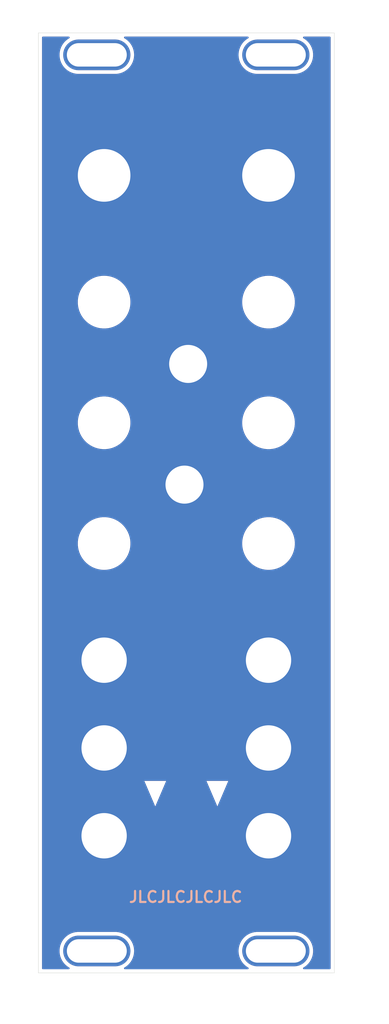
<source format=kicad_pcb>
(kicad_pcb (version 20240108) (generator "pcbnew") (generator_version "8.0")
  (title_block (title "ACID VCA FRONT") (date "2025-03-27") (rev "1.0"))
  (layers (0 "F.Cu" signal) (31 "B.Cu" signal) (34 "B.Paste" user) (35 "F.Paste" user) (36 "B.SilkS" user "B.Silkscreen") (37 "F.SilkS" user "F.Silkscreen") (38 "B.Mask" user) (39 "F.Mask" user) (44 "Edge.Cuts" user))
  (net 0 "")
  (net 5 "GND")
  (footprint "Custom:Wide_M3" (layer "F.Cu") (at 133 175.5)
    (property "Reference" "J3" (hide yes))
    (property "Value" "Screw_Terminal_01x01")
    (pad "1" thru_hole oval (at 0 0) (size 9.2 4.2) (drill oval 8.2 3.2) (layers "*.Cu" "*.Mask" "In3.Cu" "In4.Cu" "In5.Cu" "In6.Cu" "In7.Cu" "In8.Cu" "In9.Cu" "In10.Cu" "In11.Cu" "In12.Cu" "In13.Cu" "In14.Cu" "In15.Cu" "In16.Cu" "In17.Cu" "In18.Cu" "In19.Cu" "In20.Cu" "In21.Cu" "In22.Cu" "In23.Cu" "In24.Cu" "In25.Cu" "In26.Cu" "In27.Cu" "In28.Cu" "In29.Cu" "In30.Cu"))
  )
  (footprint "Custom:Wide_M3" (layer "F.Cu") (at 157.5 53)
    (property "Reference" "J2" (hide yes))
    (property "Value" "Screw_Terminal_01x01")
    (pad "1" thru_hole oval (at 0 0) (size 9.2 4.2) (drill oval 8.2 3.2) (layers "*.Cu" "*.Mask" "In3.Cu" "In4.Cu" "In5.Cu" "In6.Cu" "In7.Cu" "In8.Cu" "In9.Cu" "In10.Cu" "In11.Cu" "In12.Cu" "In13.Cu" "In14.Cu" "In15.Cu" "In16.Cu" "In17.Cu" "In18.Cu" "In19.Cu" "In20.Cu" "In21.Cu" "In22.Cu" "In23.Cu" "In24.Cu" "In25.Cu" "In26.Cu" "In27.Cu" "In28.Cu" "In29.Cu" "In30.Cu"))
  )
  (footprint "Custom:Pot_TV09" (layer "F.Cu") (at 156.5 119.8)
    (property "Reference" "H6" (hide yes))
    (property "Value" "MountingHole" (hide yes))
    (pad "" np_thru_hole circle (at 0 0) (size 6.7 6.7) (drill 6.7) (layers "*.Cu" "*.Mask" "In3.Cu" "In4.Cu" "In5.Cu" "In6.Cu" "In7.Cu" "In8.Cu" "In9.Cu" "In10.Cu" "In11.Cu" "In12.Cu" "In13.Cu" "In14.Cu" "In15.Cu" "In16.Cu" "In17.Cu" "In18.Cu" "In19.Cu" "In20.Cu" "In21.Cu" "In22.Cu" "In23.Cu" "In24.Cu" "In25.Cu" "In26.Cu" "In27.Cu" "In28.Cu" "In29.Cu" "In30.Cu"))
  )
  (footprint "Custom:sw_spdt_mini" (layer "F.Cu") (at 145.5 95.25)
    (property "Reference" "J13" (hide yes))
    (property "Value" "Screw_Terminal_01x01")
    (pad "1" thru_hole circle (at 0 0) (size 6.2 6.2) (drill 5.2) (layers "*.Cu" "*.Mask" "In3.Cu" "In4.Cu" "In5.Cu" "In6.Cu" "In7.Cu" "In8.Cu" "In9.Cu" "In10.Cu" "In11.Cu" "In12.Cu" "In13.Cu" "In14.Cu" "In15.Cu" "In16.Cu" "In17.Cu" "In18.Cu" "In19.Cu" "In20.Cu" "In21.Cu" "In22.Cu" "In23.Cu" "In24.Cu" "In25.Cu" "In26.Cu" "In27.Cu" "In28.Cu" "In29.Cu" "In30.Cu") (net 5 "GND"))
  )
  (footprint "Custom:Pot_TV09" (layer "F.Cu") (at 134 86.8)
    (property "Reference" "H2" (hide yes))
    (property "Value" "MountingHole" (hide yes))
    (pad "" np_thru_hole circle (at 0 0) (size 6.7 6.7) (drill 6.7) (layers "*.Cu" "*.Mask" "In3.Cu" "In4.Cu" "In5.Cu" "In6.Cu" "In7.Cu" "In8.Cu" "In9.Cu" "In10.Cu" "In11.Cu" "In12.Cu" "In13.Cu" "In14.Cu" "In15.Cu" "In16.Cu" "In17.Cu" "In18.Cu" "In19.Cu" "In20.Cu" "In21.Cu" "In22.Cu" "In23.Cu" "In24.Cu" "In25.Cu" "In26.Cu" "In27.Cu" "In28.Cu" "In29.Cu" "In30.Cu"))
  )
  (footprint "Custom:Pot_P09" (layer "F.Cu") (at 134 69.475)
    (property "Reference" "J12" (hide yes))
    (property "Value" "Screw_Terminal_01x01")
    (pad "1" thru_hole circle (at 0 0) (size 8.2 8.2) (drill 7.2) (layers "*.Cu" "*.Mask" "In3.Cu" "In4.Cu" "In5.Cu" "In6.Cu" "In7.Cu" "In8.Cu" "In9.Cu" "In10.Cu" "In11.Cu" "In12.Cu" "In13.Cu" "In14.Cu" "In15.Cu" "In16.Cu" "In17.Cu" "In18.Cu" "In19.Cu" "In20.Cu" "In21.Cu" "In22.Cu" "In23.Cu" "In24.Cu" "In25.Cu" "In26.Cu" "In27.Cu" "In28.Cu" "In29.Cu" "In30.Cu") (net 5 "GND"))
  )
  (footprint "Custom:Wide_M3" (layer "F.Cu") (at 133 53)
    (property "Reference" "J1" (hide yes))
    (property "Value" "Screw_Terminal_01x01")
    (pad "1" thru_hole oval (at 0 0) (size 9.2 4.2) (drill oval 8.2 3.2) (layers "*.Cu" "*.Mask" "In3.Cu" "In4.Cu" "In5.Cu" "In6.Cu" "In7.Cu" "In8.Cu" "In9.Cu" "In10.Cu" "In11.Cu" "In12.Cu" "In13.Cu" "In14.Cu" "In15.Cu" "In16.Cu" "In17.Cu" "In18.Cu" "In19.Cu" "In20.Cu" "In21.Cu" "In22.Cu" "In23.Cu" "In24.Cu" "In25.Cu" "In26.Cu" "In27.Cu" "In28.Cu" "In29.Cu" "In30.Cu"))
  )
  (footprint "Custom:Pot_TV09" (layer "F.Cu") (at 134 103.3)
    (property "Reference" "H1" (hide yes))
    (property "Value" "MountingHole" (hide yes))
    (pad "" np_thru_hole circle (at 0 0) (size 6.7 6.7) (drill 6.7) (layers "*.Cu" "*.Mask" "In3.Cu" "In4.Cu" "In5.Cu" "In6.Cu" "In7.Cu" "In8.Cu" "In9.Cu" "In10.Cu" "In11.Cu" "In12.Cu" "In13.Cu" "In14.Cu" "In15.Cu" "In16.Cu" "In17.Cu" "In18.Cu" "In19.Cu" "In20.Cu" "In21.Cu" "In22.Cu" "In23.Cu" "In24.Cu" "In25.Cu" "In26.Cu" "In27.Cu" "In28.Cu" "In29.Cu" "In30.Cu"))
  )
  (footprint "Custom:MountingHole_PJ398SM" (layer "F.Cu") (at 134 135.75)
    (property "Reference" "J9" (hide yes))
    (property "Value" "Screw_Terminal_01x01")
    (pad "1" thru_hole circle (at 0 0) (size 7.2 7.2) (drill 6.2) (layers "*.Cu" "*.Mask" "In3.Cu" "In4.Cu" "In5.Cu" "In6.Cu" "In7.Cu" "In8.Cu" "In9.Cu" "In10.Cu" "In11.Cu" "In12.Cu" "In13.Cu" "In14.Cu" "In15.Cu" "In16.Cu" "In17.Cu" "In18.Cu" "In19.Cu" "In20.Cu" "In21.Cu" "In22.Cu" "In23.Cu" "In24.Cu" "In25.Cu" "In26.Cu" "In27.Cu" "In28.Cu" "In29.Cu" "In30.Cu") (net 5 "GND"))
  )
  (footprint "Custom:MountingHole_PJ398SM" (layer "F.Cu") (at 156.5 135.75)
    (property "Reference" "J10" (hide yes))
    (property "Value" "Screw_Terminal_01x01")
    (pad "1" thru_hole circle (at 0 0) (size 7.2 7.2) (drill 6.2) (layers "*.Cu" "*.Mask" "In3.Cu" "In4.Cu" "In5.Cu" "In6.Cu" "In7.Cu" "In8.Cu" "In9.Cu" "In10.Cu" "In11.Cu" "In12.Cu" "In13.Cu" "In14.Cu" "In15.Cu" "In16.Cu" "In17.Cu" "In18.Cu" "In19.Cu" "In20.Cu" "In21.Cu" "In22.Cu" "In23.Cu" "In24.Cu" "In25.Cu" "In26.Cu" "In27.Cu" "In28.Cu" "In29.Cu" "In30.Cu") (net 5 "GND"))
  )
  (footprint "Custom:Pot_P09" (layer "F.Cu") (at 156.5 69.475)
    (property "Reference" "J11" (hide yes))
    (property "Value" "Screw_Terminal_01x01")
    (pad "1" thru_hole circle (at 0 0) (size 8.2 8.2) (drill 7.2) (layers "*.Cu" "*.Mask" "In3.Cu" "In4.Cu" "In5.Cu" "In6.Cu" "In7.Cu" "In8.Cu" "In9.Cu" "In10.Cu" "In11.Cu" "In12.Cu" "In13.Cu" "In14.Cu" "In15.Cu" "In16.Cu" "In17.Cu" "In18.Cu" "In19.Cu" "In20.Cu" "In21.Cu" "In22.Cu" "In23.Cu" "In24.Cu" "In25.Cu" "In26.Cu" "In27.Cu" "In28.Cu" "In29.Cu" "In30.Cu") (net 5 "GND"))
  )
  (footprint "Custom:Pot_TV09" (layer "F.Cu") (at 156.5 103.3)
    (property "Reference" "H5" (hide yes))
    (property "Value" "MountingHole" (hide yes))
    (pad "" np_thru_hole circle (at 0 0) (size 6.7 6.7) (drill 6.7) (layers "*.Cu" "*.Mask" "In3.Cu" "In4.Cu" "In5.Cu" "In6.Cu" "In7.Cu" "In8.Cu" "In9.Cu" "In10.Cu" "In11.Cu" "In12.Cu" "In13.Cu" "In14.Cu" "In15.Cu" "In16.Cu" "In17.Cu" "In18.Cu" "In19.Cu" "In20.Cu" "In21.Cu" "In22.Cu" "In23.Cu" "In24.Cu" "In25.Cu" "In26.Cu" "In27.Cu" "In28.Cu" "In29.Cu" "In30.Cu"))
  )
  (footprint "Custom:MountingHole_PJ398SM" (layer "F.Cu") (at 134 159.75)
    (property "Reference" "J5" (hide yes))
    (property "Value" "Screw_Terminal_01x01")
    (pad "1" thru_hole circle (at 0 0) (size 7.2 7.2) (drill 6.2) (layers "*.Cu" "*.Mask" "In3.Cu" "In4.Cu" "In5.Cu" "In6.Cu" "In7.Cu" "In8.Cu" "In9.Cu" "In10.Cu" "In11.Cu" "In12.Cu" "In13.Cu" "In14.Cu" "In15.Cu" "In16.Cu" "In17.Cu" "In18.Cu" "In19.Cu" "In20.Cu" "In21.Cu" "In22.Cu" "In23.Cu" "In24.Cu" "In25.Cu" "In26.Cu" "In27.Cu" "In28.Cu" "In29.Cu" "In30.Cu") (net 5 "GND"))
  )
  (footprint "Custom:Wide_M3" (layer "F.Cu") (at 157.5 175.5)
    (property "Reference" "J4" (hide yes))
    (property "Value" "Screw_Terminal_01x01")
    (pad "1" thru_hole oval (at 0 0) (size 9.2 4.2) (drill oval 8.2 3.2) (layers "*.Cu" "*.Mask" "In3.Cu" "In4.Cu" "In5.Cu" "In6.Cu" "In7.Cu" "In8.Cu" "In9.Cu" "In10.Cu" "In11.Cu" "In12.Cu" "In13.Cu" "In14.Cu" "In15.Cu" "In16.Cu" "In17.Cu" "In18.Cu" "In19.Cu" "In20.Cu" "In21.Cu" "In22.Cu" "In23.Cu" "In24.Cu" "In25.Cu" "In26.Cu" "In27.Cu" "In28.Cu" "In29.Cu" "In30.Cu"))
  )
  (footprint "Custom:MountingHole_PJ398SM" (layer "F.Cu") (at 156.5 159.75)
    (property "Reference" "J6" (hide yes))
    (property "Value" "Screw_Terminal_01x01")
    (pad "1" thru_hole circle (at 0 0) (size 7.2 7.2) (drill 6.2) (layers "*.Cu" "*.Mask" "In3.Cu" "In4.Cu" "In5.Cu" "In6.Cu" "In7.Cu" "In8.Cu" "In9.Cu" "In10.Cu" "In11.Cu" "In12.Cu" "In13.Cu" "In14.Cu" "In15.Cu" "In16.Cu" "In17.Cu" "In18.Cu" "In19.Cu" "In20.Cu" "In21.Cu" "In22.Cu" "In23.Cu" "In24.Cu" "In25.Cu" "In26.Cu" "In27.Cu" "In28.Cu" "In29.Cu" "In30.Cu") (net 5 "GND"))
  )
  (footprint "Custom:Pot_TV09" (layer "F.Cu") (at 134 119.8)
    (property "Reference" "H3" (hide yes))
    (property "Value" "MountingHole" (hide yes))
    (pad "" np_thru_hole circle (at 0 0) (size 6.7 6.7) (drill 6.7) (layers "*.Cu" "*.Mask" "In3.Cu" "In4.Cu" "In5.Cu" "In6.Cu" "In7.Cu" "In8.Cu" "In9.Cu" "In10.Cu" "In11.Cu" "In12.Cu" "In13.Cu" "In14.Cu" "In15.Cu" "In16.Cu" "In17.Cu" "In18.Cu" "In19.Cu" "In20.Cu" "In21.Cu" "In22.Cu" "In23.Cu" "In24.Cu" "In25.Cu" "In26.Cu" "In27.Cu" "In28.Cu" "In29.Cu" "In30.Cu"))
  )
  (footprint "Custom:MountingHole_PJ398SM" (layer "F.Cu") (at 156.5 147.75)
    (property "Reference" "J8" (hide yes))
    (property "Value" "Screw_Terminal_01x01")
    (pad "1" thru_hole circle (at 0 0) (size 7.2 7.2) (drill 6.2) (layers "*.Cu" "*.Mask" "In3.Cu" "In4.Cu" "In5.Cu" "In6.Cu" "In7.Cu" "In8.Cu" "In9.Cu" "In10.Cu" "In11.Cu" "In12.Cu" "In13.Cu" "In14.Cu" "In15.Cu" "In16.Cu" "In17.Cu" "In18.Cu" "In19.Cu" "In20.Cu" "In21.Cu" "In22.Cu" "In23.Cu" "In24.Cu" "In25.Cu" "In26.Cu" "In27.Cu" "In28.Cu" "In29.Cu" "In30.Cu") (net 5 "GND"))
  )
  (footprint "Custom:sw_spdt_mini" (layer "F.Cu") (at 145 111.75)
    (property "Reference" "J14" (hide yes))
    (property "Value" "Screw_Terminal_01x01")
    (pad "1" thru_hole circle (at 0 0) (size 6.2 6.2) (drill 5.2) (layers "*.Cu" "*.Mask" "In3.Cu" "In4.Cu" "In5.Cu" "In6.Cu" "In7.Cu" "In8.Cu" "In9.Cu" "In10.Cu" "In11.Cu" "In12.Cu" "In13.Cu" "In14.Cu" "In15.Cu" "In16.Cu" "In17.Cu" "In18.Cu" "In19.Cu" "In20.Cu" "In21.Cu" "In22.Cu" "In23.Cu" "In24.Cu" "In25.Cu" "In26.Cu" "In27.Cu" "In28.Cu" "In29.Cu" "In30.Cu") (net 5 "GND"))
  )
  (footprint "Custom:Pot_TV09" (layer "F.Cu") (at 156.5 86.8)
    (property "Reference" "H4" (hide yes))
    (property "Value" "MountingHole" (hide yes))
    (pad "" np_thru_hole circle (at 0 0) (size 6.7 6.7) (drill 6.7) (layers "*.Cu" "*.Mask" "In3.Cu" "In4.Cu" "In5.Cu" "In6.Cu" "In7.Cu" "In8.Cu" "In9.Cu" "In10.Cu" "In11.Cu" "In12.Cu" "In13.Cu" "In14.Cu" "In15.Cu" "In16.Cu" "In17.Cu" "In18.Cu" "In19.Cu" "In20.Cu" "In21.Cu" "In22.Cu" "In23.Cu" "In24.Cu" "In25.Cu" "In26.Cu" "In27.Cu" "In28.Cu" "In29.Cu" "In30.Cu"))
  )
  (footprint "Custom:MountingHole_PJ398SM" (layer "F.Cu") (at 134 147.75)
    (property "Reference" "J7" (hide yes))
    (property "Value" "Screw_Terminal_01x01")
    (pad "1" thru_hole circle (at 0 0) (size 7.2 7.2) (drill 6.2) (layers "*.Cu" "*.Mask" "In3.Cu" "In4.Cu" "In5.Cu" "In6.Cu" "In7.Cu" "In8.Cu" "In9.Cu" "In10.Cu" "In11.Cu" "In12.Cu" "In13.Cu" "In14.Cu" "In15.Cu" "In16.Cu" "In17.Cu" "In18.Cu" "In19.Cu" "In20.Cu" "In21.Cu" "In22.Cu" "In23.Cu" "In24.Cu" "In25.Cu" "In26.Cu" "In27.Cu" "In28.Cu" "In29.Cu" "In30.Cu") (net 5 "GND"))
  )
  (gr_line (start 125 178.5) (end 125 50) (stroke (width 0.05)) (layer "Edge.Cuts"))
  (gr_line (start 165.5 50) (end 165.5 178.5) (stroke (width 0.05)) (layer "Edge.Cuts"))
  (gr_line (start 125 50) (end 165.5 50) (stroke (width 0.05)) (layer "Edge.Cuts"))
  (gr_line (start 165.5 178.5) (end 125 178.5) (stroke (width 0.05)) (layer "Edge.Cuts"))
  (gr_text "JLCJLCJLCJLC" (at 137.25 169 0) (layer "B.SilkS") (effects (font (size 1.5 1.5) (thickness 0.3) (bold yes)) (justify left bottom)))
  (zone (net 0) (net_name "") (layers "F.Cu" "B.Cu") (connect_pads (clearance 0)) (min_thickness 0.25)
    (keepout (tracks not_allowed) (vias not_allowed) (pads not_allowed) (copperpour not_allowed) (footprints allowed))
    (fill (thermal_gap 0.5) (thermal_bridge_width 0.5))
    (polygon (pts (xy 148 152.25) (xy 151 152.25) (xy 149.5 155.75)))
  )
  (zone (net 0) (net_name "") (layers "F.Cu" "B.Cu") (connect_pads (clearance 0)) (min_thickness 0.25)
    (keepout (tracks not_allowed) (vias not_allowed) (pads not_allowed) (copperpour not_allowed) (footprints allowed))
    (fill (thermal_gap 0.5) (thermal_bridge_width 0.5))
    (polygon (pts (xy 139.5 152.25) (xy 142.5 152.25) (xy 141 155.75)))
  )
  (zone (net 5) (net_name "GND") (layers "F.Cu" "B.Cu") (connect_pads yes (clearance 0.5)) (min_thickness 0.25) (fill yes (thermal_gap 0.5) (thermal_bridge_width 0.5))
    (polygon (pts (xy 119.75 47) (xy 173 45.5) (xy 172.5 181.5) (xy 121.5 185.5)))
  )
)
</source>
